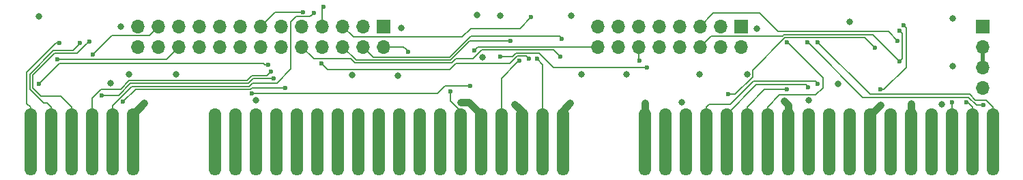
<source format=gbl>
G04 #@! TF.GenerationSoftware,KiCad,Pcbnew,5.1.5*
G04 #@! TF.CreationDate,2020-05-28T21:48:18+02:00*
G04 #@! TF.ProjectId,PIV_FliFi_Slot,5049565f-466c-4694-9669-5f536c6f742e,rev?*
G04 #@! TF.SameCoordinates,Original*
G04 #@! TF.FileFunction,Copper,L4,Bot*
G04 #@! TF.FilePolarity,Positive*
%FSLAX46Y46*%
G04 Gerber Fmt 4.6, Leading zero omitted, Abs format (unit mm)*
G04 Created by KiCad (PCBNEW 5.1.5) date 2020-05-28 21:48:18*
%MOMM*%
%LPD*%
G04 APERTURE LIST*
%ADD10O,1.700000X1.700000*%
%ADD11R,1.700000X1.700000*%
%ADD12O,1.524000X8.382000*%
%ADD13C,0.800000*%
%ADD14C,0.600000*%
%ADD15C,0.889000*%
%ADD16C,0.152400*%
%ADD17C,0.250000*%
%ADD18C,0.203200*%
%ADD19C,0.508000*%
G04 APERTURE END LIST*
D10*
X116205000Y-77089000D03*
X116205000Y-74549000D03*
X118745000Y-77089000D03*
X118745000Y-74549000D03*
X121285000Y-77089000D03*
X121285000Y-74549000D03*
X123825000Y-77089000D03*
X123825000Y-74549000D03*
X126365000Y-77089000D03*
X126365000Y-74549000D03*
X128905000Y-77089000D03*
X128905000Y-74549000D03*
X131445000Y-77089000D03*
X131445000Y-74549000D03*
X133985000Y-77089000D03*
X133985000Y-74549000D03*
X136525000Y-77089000D03*
X136525000Y-74549000D03*
X139065000Y-77089000D03*
X139065000Y-74549000D03*
X141605000Y-77089000D03*
X141605000Y-74549000D03*
X144145000Y-77089000D03*
X144145000Y-74549000D03*
X146685000Y-77089000D03*
D11*
X146685000Y-74549000D03*
D10*
X220980000Y-82169000D03*
X220980000Y-79629000D03*
X220980000Y-77089000D03*
D11*
X220980000Y-74549000D03*
D10*
X173228000Y-77089000D03*
X173228000Y-74549000D03*
X175768000Y-77089000D03*
X175768000Y-74549000D03*
X178308000Y-77089000D03*
X178308000Y-74549000D03*
X180848000Y-77089000D03*
X180848000Y-74549000D03*
X183388000Y-77089000D03*
X183388000Y-74549000D03*
X185928000Y-77089000D03*
X185928000Y-74549000D03*
X188468000Y-77089000D03*
X188468000Y-74549000D03*
X191008000Y-77089000D03*
D11*
X191008000Y-74549000D03*
D12*
X102870000Y-88900000D03*
X107950000Y-88900000D03*
X110490000Y-88900000D03*
X105410000Y-88900000D03*
X113030000Y-88900000D03*
X115570000Y-88900000D03*
X125730000Y-88900000D03*
X130810000Y-88900000D03*
X133350000Y-88900000D03*
X128270000Y-88900000D03*
X135890000Y-88900000D03*
X138430000Y-88900000D03*
X140970000Y-88900000D03*
X146050000Y-88900000D03*
X148590000Y-88900000D03*
X143510000Y-88900000D03*
X151130000Y-88900000D03*
X153670000Y-88900000D03*
X156210000Y-88900000D03*
X161290000Y-88900000D03*
X163830000Y-88900000D03*
X158750000Y-88900000D03*
X166370000Y-88900000D03*
X168910000Y-88900000D03*
X179070000Y-88900000D03*
X184150000Y-88900000D03*
X186690000Y-88900000D03*
X181610000Y-88900000D03*
X189230000Y-88900000D03*
X191770000Y-88900000D03*
X194310000Y-88900000D03*
X199390000Y-88900000D03*
X201930000Y-88900000D03*
X196850000Y-88900000D03*
X204470000Y-88900000D03*
X207010000Y-88900000D03*
X209550000Y-88900000D03*
X217170000Y-88900000D03*
X212090000Y-88900000D03*
X219710000Y-88900000D03*
X214630000Y-88900000D03*
X222250000Y-88900000D03*
D13*
X156210000Y-83947000D03*
X162941000Y-84201000D03*
X169799000Y-84074000D03*
X130810000Y-83693000D03*
X116967000Y-84074000D03*
X196342000Y-83820000D03*
X183642000Y-83947000D03*
X199452408Y-83734210D03*
X212090000Y-84108970D03*
X208280000Y-84328000D03*
X148844000Y-74739500D03*
X158305500Y-73152000D03*
X161163000Y-73215500D03*
X169926000Y-73215500D03*
X176784000Y-80518000D03*
X191770000Y-80518000D03*
X204470000Y-73977500D03*
X217297000Y-79502000D03*
X148463000Y-80645000D03*
X103886000Y-73279000D03*
X114109500Y-74549000D03*
X192976500Y-74803000D03*
X120904000Y-80518000D03*
X158940500Y-78422500D03*
X179070000Y-84074000D03*
X215900000Y-84264500D03*
X171196000Y-80518000D03*
X185864500Y-80518000D03*
X217297000Y-73596500D03*
X142811500Y-80581500D03*
X112776000Y-81597500D03*
X203073000Y-81724500D03*
X115123649Y-80518000D03*
D14*
X168589719Y-78290790D03*
X164719000Y-78549500D03*
X139001500Y-79143822D03*
X139221139Y-72096379D03*
X179387500Y-79629000D03*
X161163000Y-78295500D03*
X149748001Y-77700120D03*
X103886000Y-81724500D03*
X132327613Y-79276546D03*
X162433000Y-76390494D03*
X163513794Y-78779621D03*
X164973000Y-73406000D03*
X165682534Y-78590710D03*
X168783000Y-76073000D03*
X157887442Y-77559942D03*
X157416500Y-81978500D03*
X130285367Y-82901448D03*
X154940000Y-82654710D03*
X114363500Y-83883500D03*
X134488218Y-82167716D03*
X136715500Y-72766290D03*
X138049000Y-72846589D03*
X132715000Y-80137004D03*
X111696500Y-83121500D03*
X133060089Y-81015304D03*
X110635879Y-78027439D03*
X106172000Y-78613000D03*
X106426000Y-76644500D03*
X109029500Y-76644500D03*
X110172500Y-76404967D03*
X200533000Y-81661000D03*
X199365962Y-82110210D03*
X196723000Y-82399113D03*
X178428216Y-78844003D03*
X196723000Y-76512790D03*
X221107000Y-84328000D03*
X199263000Y-76517500D03*
X200533000Y-76517500D03*
X207645000Y-77216000D03*
X189420500Y-82994500D03*
X211201000Y-74422000D03*
X208343500Y-82354790D03*
X217170000Y-83947000D03*
X219011500Y-84010500D03*
X210693000Y-75057000D03*
X210693000Y-78867000D03*
X210439000Y-76327000D03*
D15*
X156775685Y-83947000D02*
X156210000Y-83947000D01*
X157226000Y-83947000D02*
X156775685Y-83947000D01*
X158750000Y-85471000D02*
X157226000Y-83947000D01*
X158750000Y-88900000D02*
X158750000Y-85471000D01*
X163830000Y-88900000D02*
X163830000Y-85090000D01*
X163830000Y-85090000D02*
X162941000Y-84201000D01*
X168910000Y-88900000D02*
X168910000Y-84963000D01*
X168910000Y-84963000D02*
X169799000Y-84074000D01*
X115570000Y-88900000D02*
X115570000Y-85471000D01*
X115570000Y-85471000D02*
X116967000Y-84074000D01*
X196850000Y-88900000D02*
X196850000Y-84328000D01*
X196850000Y-84328000D02*
X196342000Y-83820000D01*
X212090000Y-88900000D02*
X212090000Y-84108970D01*
X207880001Y-84727999D02*
X208280000Y-84328000D01*
X207010000Y-88900000D02*
X207010000Y-85598000D01*
X207010000Y-85598000D02*
X207880001Y-84727999D01*
X179070000Y-88900000D02*
X179070000Y-84074000D01*
D16*
X168289720Y-77990791D02*
X168589719Y-78290790D01*
X136525000Y-77089000D02*
X138003612Y-78567612D01*
X138003612Y-78567612D02*
X142585228Y-78567612D01*
X142585228Y-78567612D02*
X143110027Y-79092411D01*
X143110027Y-79092411D02*
X155149474Y-79092410D01*
X155149474Y-79092410D02*
X155674273Y-78567611D01*
X157732551Y-78567611D02*
X158858751Y-77441411D01*
X167740340Y-77441411D02*
X168289720Y-77990791D01*
X155674273Y-78567611D02*
X157732551Y-78567611D01*
X158858751Y-77441411D02*
X167740340Y-77441411D01*
X163222021Y-78203411D02*
X162309142Y-79116290D01*
X155623978Y-79116290D02*
X154850947Y-79889321D01*
X139301499Y-79443821D02*
X139001500Y-79143822D01*
X154850947Y-79889321D02*
X139746999Y-79889321D01*
X162309142Y-79116290D02*
X155623978Y-79116290D01*
X164719000Y-78549500D02*
X164372911Y-78203411D01*
X139746999Y-79889321D02*
X139301499Y-79443821D01*
X164372911Y-78203411D02*
X163222021Y-78203411D01*
X139065000Y-72252518D02*
X139221139Y-72096379D01*
X139065000Y-74549000D02*
X139065000Y-72252518D01*
X149448002Y-77400121D02*
X149748001Y-77700120D01*
X146685000Y-77089000D02*
X149136881Y-77089000D01*
X149136881Y-77089000D02*
X149448002Y-77400121D01*
X162631548Y-78295500D02*
X161587264Y-78295500D01*
X161587264Y-78295500D02*
X161163000Y-78295500D01*
X179387500Y-79629000D02*
X167767000Y-79629000D01*
X163076048Y-77851000D02*
X162631548Y-78295500D01*
X167767000Y-79629000D02*
X165989000Y-77851000D01*
X165989000Y-77851000D02*
X163076048Y-77851000D01*
X131903349Y-79276546D02*
X132327613Y-79276546D01*
X103886000Y-81724500D02*
X106479822Y-79130678D01*
X106479822Y-79130678D02*
X131757482Y-79130679D01*
X131757482Y-79130679D02*
X131903349Y-79276546D01*
X162008736Y-76390494D02*
X162433000Y-76390494D01*
X155003500Y-78740000D02*
X157353006Y-76390494D01*
X157353006Y-76390494D02*
X162008736Y-76390494D01*
X143256000Y-78740000D02*
X155003500Y-78740000D01*
X141605000Y-77089000D02*
X143256000Y-78740000D01*
X161290000Y-81003415D02*
X163213795Y-79079620D01*
X163213795Y-79079620D02*
X163513794Y-78779621D01*
X161290000Y-88900000D02*
X161290000Y-81003415D01*
X141605000Y-74549000D02*
X142938500Y-75882500D01*
X142938500Y-75882500D02*
X156400500Y-75882500D01*
X156400500Y-75882500D02*
X157480000Y-74803000D01*
X157480000Y-74803000D02*
X163576000Y-74803000D01*
X163576000Y-74803000D02*
X164973000Y-73406000D01*
X166370000Y-79278176D02*
X165682534Y-78590710D01*
X166370000Y-88900000D02*
X166370000Y-79278176D01*
X168783000Y-76073000D02*
X168483001Y-75773001D01*
X168483001Y-75773001D02*
X157462499Y-75773001D01*
X157462499Y-75773001D02*
X154876500Y-78359000D01*
X144994999Y-77938999D02*
X144145000Y-77089000D01*
X154876500Y-78359000D02*
X145415000Y-78359000D01*
X145415000Y-78359000D02*
X144994999Y-77938999D01*
X173228000Y-77089000D02*
X158358384Y-77089000D01*
X158358384Y-77089000D02*
X158187441Y-77259943D01*
X158187441Y-77259943D02*
X157887442Y-77559942D01*
X157416500Y-81978500D02*
X154305000Y-81978500D01*
X154305000Y-81978500D02*
X153382052Y-82901448D01*
X130709631Y-82901448D02*
X130285367Y-82901448D01*
X153382052Y-82901448D02*
X130709631Y-82901448D01*
D17*
X156210000Y-88900000D02*
X156210000Y-85090000D01*
D16*
X154940000Y-83820000D02*
X154940000Y-83220395D01*
X154940000Y-83220395D02*
X154940000Y-82654710D01*
X156210000Y-85090000D02*
X154940000Y-83820000D01*
X115909770Y-82337230D02*
X130168422Y-82337230D01*
X114363500Y-83883500D02*
X115909770Y-82337230D01*
X130337936Y-82167716D02*
X134063954Y-82167716D01*
X130168422Y-82337230D02*
X130337936Y-82167716D01*
X134063954Y-82167716D02*
X134488218Y-82167716D01*
X131445000Y-74549000D02*
X133227710Y-72766290D01*
X133227710Y-72766290D02*
X136291236Y-72766290D01*
X136291236Y-72766290D02*
X136715500Y-72766290D01*
D18*
X113254599Y-89392299D02*
X113254599Y-84919231D01*
D16*
X133419495Y-81591505D02*
X135191500Y-79819500D01*
X135826500Y-73342500D02*
X137553089Y-73342500D01*
X130415763Y-81591505D02*
X133419495Y-81591505D01*
X135191500Y-73977500D02*
X135826500Y-73342500D01*
X137553089Y-73342500D02*
X137749001Y-73146588D01*
X113030000Y-84372268D02*
X115417446Y-81984822D01*
X135191500Y-79819500D02*
X135191500Y-73977500D01*
X137749001Y-73146588D02*
X138049000Y-72846589D01*
X113030000Y-88900000D02*
X113030000Y-84372268D01*
X130022448Y-81984820D02*
X130415763Y-81591505D01*
X115417446Y-81984822D02*
X130022448Y-81984820D01*
D18*
X110714599Y-89392299D02*
X110714599Y-84998099D01*
D16*
X132189110Y-80662894D02*
X132715000Y-80137004D01*
X130347607Y-80662894D02*
X132189110Y-80662894D01*
X115125500Y-81280000D02*
X129730502Y-81280000D01*
X111640077Y-82337201D02*
X114068299Y-82337201D01*
X110490000Y-83487278D02*
X111640077Y-82337201D01*
X110490000Y-88900000D02*
X110490000Y-83487278D01*
X129730502Y-81280000D02*
X130347607Y-80662894D01*
X114068299Y-82337201D02*
X115125500Y-81280000D01*
X130493580Y-81015304D02*
X132635825Y-81015304D01*
X129876474Y-81632410D02*
X130493580Y-81015304D01*
X115271473Y-81632411D02*
X129876474Y-81632410D01*
X113782384Y-83121500D02*
X115271473Y-81632411D01*
X111696500Y-83121500D02*
X113782384Y-83121500D01*
X132635825Y-81015304D02*
X133060089Y-81015304D01*
X112988117Y-75675201D02*
X110935878Y-77727440D01*
X117618799Y-75675201D02*
X112988117Y-75675201D01*
X110935878Y-77727440D02*
X110635879Y-78027439D01*
X118745000Y-74549000D02*
X117618799Y-75675201D01*
X121285000Y-77089000D02*
X119761000Y-78613000D01*
X119761000Y-78613000D02*
X106172000Y-78613000D01*
X102425500Y-80220736D02*
X106001736Y-76644500D01*
X102425500Y-84112100D02*
X102425500Y-80220736D01*
X102870000Y-88900000D02*
X102870000Y-84556600D01*
X106001736Y-76644500D02*
X106426000Y-76644500D01*
X102870000Y-84556600D02*
X102425500Y-84112100D01*
X108116613Y-77557387D02*
X108729501Y-76944499D01*
X102777911Y-82348575D02*
X102777911Y-80465425D01*
X105410000Y-84556600D02*
X104919664Y-84066264D01*
X104495600Y-84066264D02*
X102777911Y-82348575D01*
X105685949Y-77557387D02*
X108116613Y-77557387D01*
X105410000Y-88900000D02*
X105410000Y-84556600D01*
X104919664Y-84066264D02*
X104495600Y-84066264D01*
X108729501Y-76944499D02*
X109029500Y-76644500D01*
X102777911Y-80465425D02*
X105685949Y-77557387D01*
X106641900Y-83248500D02*
X104176220Y-83248500D01*
X104176220Y-83248500D02*
X103130322Y-82202602D01*
X103130322Y-82202602D02*
X103130322Y-80611398D01*
X103130322Y-80611398D02*
X105831922Y-77909798D01*
X107950000Y-84556600D02*
X106641900Y-83248500D01*
X108667669Y-77909798D02*
X109872501Y-76704966D01*
X105831922Y-77909798D02*
X108667669Y-77909798D01*
X109872501Y-76704966D02*
X110172500Y-76404967D01*
X107950000Y-88900000D02*
X107950000Y-84556600D01*
X186690000Y-84556600D02*
X187045600Y-84201000D01*
X192524115Y-81361001D02*
X200233001Y-81361001D01*
X189684116Y-84201000D02*
X192524115Y-81361001D01*
X187045600Y-84201000D02*
X189684116Y-84201000D01*
X186690000Y-88900000D02*
X186690000Y-84556600D01*
X200233001Y-81361001D02*
X200533000Y-81661000D01*
X199065963Y-81810211D02*
X199365962Y-82110210D01*
X192890789Y-81810211D02*
X199065963Y-81810211D01*
X189230000Y-88900000D02*
X189230000Y-85471000D01*
X189230000Y-85471000D02*
X192890789Y-81810211D01*
X196298736Y-82399113D02*
X196723000Y-82399113D01*
X191770000Y-88900000D02*
X191770000Y-84556600D01*
X193927487Y-82399113D02*
X196298736Y-82399113D01*
X191770000Y-84556600D02*
X193927487Y-82399113D01*
X178308000Y-78723787D02*
X178428216Y-78844003D01*
X178308000Y-77089000D02*
X178308000Y-78723787D01*
X201168000Y-82169000D02*
X201168000Y-80957790D01*
X194310000Y-84556600D02*
X195808600Y-83058000D01*
X195808600Y-83058000D02*
X200279000Y-83058000D01*
X200279000Y-83058000D02*
X201168000Y-82169000D01*
X194310000Y-88900000D02*
X194310000Y-84556600D01*
X197022999Y-76812789D02*
X196723000Y-76512790D01*
X201168000Y-80957790D02*
X197022999Y-76812789D01*
X221107000Y-84328000D02*
X220227616Y-84328000D01*
X220227616Y-84328000D02*
X219246527Y-83346911D01*
X199562999Y-76817499D02*
X199263000Y-76517500D01*
X206092411Y-83346911D02*
X199562999Y-76817499D01*
X219246527Y-83346911D02*
X206092411Y-83346911D01*
X222250000Y-84556600D02*
X221386400Y-83693000D01*
X222250000Y-88900000D02*
X222250000Y-84556600D01*
X221386400Y-83693000D02*
X220091000Y-83693000D01*
X220091000Y-83693000D02*
X219392500Y-82994501D01*
X219392500Y-82994501D02*
X207010001Y-82994501D01*
X207010001Y-82994501D02*
X200533000Y-76517500D01*
X192446201Y-80842577D02*
X190294278Y-82994500D01*
X206365588Y-75936588D02*
X196478412Y-75936588D01*
X207645000Y-77216000D02*
X206365588Y-75936588D01*
X192446201Y-79968799D02*
X192446201Y-80842577D01*
X190294278Y-82994500D02*
X189844764Y-82994500D01*
X196478412Y-75936588D02*
X192446201Y-79968799D01*
X189844764Y-82994500D02*
X189420500Y-82994500D01*
X211500999Y-79621555D02*
X208767764Y-82354790D01*
X211201000Y-74422000D02*
X211500999Y-74721999D01*
X208767764Y-82354790D02*
X208343500Y-82354790D01*
X211500999Y-74721999D02*
X211500999Y-79621555D01*
X217170000Y-88900000D02*
X217170000Y-83947000D01*
X219163900Y-84010500D02*
X219011500Y-84010500D01*
X219710000Y-88900000D02*
X219710000Y-84556600D01*
X219710000Y-84556600D02*
X219163900Y-84010500D01*
X211015201Y-75379201D02*
X211015201Y-78544799D01*
X211015201Y-78544799D02*
X210992999Y-78567001D01*
X210693000Y-75057000D02*
X211015201Y-75379201D01*
X210992999Y-78567001D02*
X210693000Y-78867000D01*
X210693000Y-78867000D02*
X207410177Y-75584177D01*
X196300448Y-75584178D02*
X196164036Y-75720590D01*
X186777999Y-76239001D02*
X185928000Y-77089000D01*
X196164036Y-75720590D02*
X187296410Y-75720590D01*
X187296410Y-75720590D02*
X186777999Y-76239001D01*
X207410177Y-75584177D02*
X196300448Y-75584178D01*
X195580000Y-75184000D02*
X193294000Y-72898000D01*
X193294000Y-72898000D02*
X187579000Y-72898000D01*
X210439000Y-76327000D02*
X209296000Y-75184000D01*
X187579000Y-72898000D02*
X185928000Y-74549000D01*
X209296000Y-75184000D02*
X195580000Y-75184000D01*
D19*
X220980000Y-77089000D02*
X220980000Y-79629000D01*
M02*

</source>
